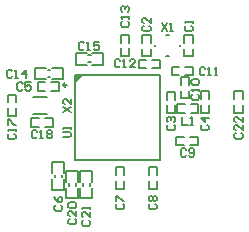
<source format=gto>
G04*
G04 #@! TF.GenerationSoftware,Altium Limited,Altium Designer,19.0.10 (269)*
G04*
G04 Layer_Color=65535*
%FSLAX24Y24*%
%MOIN*%
G70*
G01*
G75*
%ADD10C,0.0098*%
%ADD11C,0.0060*%
%ADD12C,0.0079*%
G36*
X-1181Y1378D02*
X-1378Y1181D01*
Y1378D01*
X-1181Y1378D01*
D02*
G37*
D10*
X-1699Y1083D02*
G03*
X-1699Y1083I-49J0D01*
G01*
D11*
X2421Y-925D02*
X2677D01*
X1968D02*
X2224D01*
X2421Y-650D02*
X2677D01*
X1968D02*
X2224D01*
X1968Y-925D02*
Y-650D01*
X2677Y-925D02*
Y-650D01*
X2264Y1407D02*
X2520D01*
X1811D02*
X2067D01*
X2264Y1683D02*
X2520D01*
X1811D02*
X2067D01*
X1811Y1407D02*
Y1683D01*
X2520Y1407D02*
Y1683D01*
X3901Y874D02*
X4177D01*
X3901Y166D02*
X4177D01*
X3901D02*
Y422D01*
Y618D02*
Y874D01*
X4177Y166D02*
Y422D01*
Y618D02*
Y874D01*
X1654Y148D02*
X1930D01*
X1654Y856D02*
X1930D01*
Y601D02*
Y856D01*
Y148D02*
Y404D01*
X1654Y601D02*
Y856D01*
Y148D02*
Y404D01*
X2450Y164D02*
X2706D01*
X1998D02*
X2254D01*
X2450Y440D02*
X2706D01*
X1998D02*
X2254Y440D01*
X1998Y164D02*
Y440D01*
X2706Y164D02*
Y440D01*
X2128Y1354D02*
X2404D01*
X2128Y646D02*
X2404D01*
X2128D02*
X2128Y902D01*
X2128Y1098D02*
Y1354D01*
X2404Y646D02*
Y902D01*
Y1098D02*
Y1354D01*
X2778Y166D02*
X3054D01*
X2778Y874D02*
X3054D01*
X3054Y618D02*
X3054Y874D01*
Y166D02*
Y422D01*
X2778Y874D02*
X2778Y618D01*
X2778Y166D02*
X2778Y422D01*
X-1388Y2156D02*
X-1024D01*
X-827D02*
X-463D01*
X-1388Y1762D02*
X-1024D01*
X-827D02*
X-463D01*
Y2156D01*
X-1388Y1762D02*
Y2156D01*
X-1230Y-2697D02*
Y-2333D01*
Y-2136D02*
Y-1772D01*
X-837Y-2697D02*
Y-2333D01*
Y-2136D02*
Y-1772D01*
X-1230D02*
X-837D01*
X-1230Y-2697D02*
X-837D01*
X-1693D02*
Y-2333D01*
Y-2136D02*
Y-1772D01*
X-1299Y-2697D02*
Y-2333D01*
Y-2136D02*
Y-1772D01*
X-1693D02*
X-1299D01*
X-1693Y-2697D02*
X-1299D01*
X-3377Y512D02*
Y768D01*
Y59D02*
Y315D01*
X-3652Y512D02*
Y768D01*
Y59D02*
Y315D01*
Y59D02*
X-3377D01*
X-3652Y768D02*
X-3377D01*
X-2865Y-30D02*
X-2609D01*
X-2412D02*
X-2156D01*
X-2865Y-305D02*
X-2609D01*
X-2412D02*
X-2156D01*
Y-30D01*
X-2865Y-305D02*
Y-30D01*
X-2648Y1171D02*
X-2392D01*
X-2195D02*
X-1939D01*
X-2648Y896D02*
X-2392D01*
X-2195D02*
X-1939D01*
Y1171D01*
X-2648Y896D02*
Y1171D01*
X-2746Y1663D02*
X-2382D01*
X-2185D02*
X-1821D01*
X-2746Y1270D02*
X-2382D01*
X-2185D02*
X-1821D01*
Y1663D01*
X-2746Y1270D02*
Y1663D01*
X404Y2500D02*
Y2756D01*
Y2047D02*
Y2303D01*
X128Y2500D02*
Y2756D01*
Y2047D02*
Y2303D01*
Y2047D02*
X404D01*
X128Y2756D02*
X404D01*
X1115Y2498D02*
Y2754D01*
Y2045D02*
Y2301D01*
X840Y2498D02*
Y2754D01*
Y2045D02*
Y2301D01*
Y2045D02*
X1115D01*
X840Y2754D02*
X1115D01*
X2103Y2376D02*
Y2423D01*
X1615Y2053D02*
X1741D01*
X1252Y2376D02*
Y2423D01*
X1615Y2746D02*
X1741D01*
X2240Y2045D02*
Y2301D01*
Y2498D02*
Y2754D01*
X2515Y2045D02*
Y2301D01*
Y2498D02*
Y2754D01*
X2240D02*
X2515D01*
X2240Y2045D02*
X2515D01*
X-2160Y-2411D02*
Y-2047D01*
Y-1850D02*
Y-1486D01*
X-1766Y-2411D02*
Y-2047D01*
Y-1850D02*
Y-1486D01*
X-2160D02*
X-1766D01*
X-2160Y-2411D02*
X-1766D01*
X-39Y-2372D02*
Y-2116D01*
Y-1919D02*
Y-1663D01*
X236Y-2372D02*
Y-2116D01*
Y-1919D02*
Y-1663D01*
X-39D02*
X236D01*
X-39Y-2372D02*
X236D01*
X1053D02*
Y-2116D01*
Y-1919D02*
Y-1663D01*
X1329Y-2372D02*
Y-2116D01*
Y-1919D02*
Y-1663D01*
X1053D02*
X1329D01*
X1053Y-2372D02*
X1329D01*
X1171Y1654D02*
X1427D01*
X718D02*
X974D01*
X1171Y1929D02*
X1427D01*
X718D02*
X974D01*
X718Y1654D02*
Y1929D01*
X1427Y1654D02*
Y1929D01*
X2290Y-1075D02*
X2245Y-1030D01*
X2155D01*
X2110Y-1075D01*
Y-1255D01*
X2155Y-1300D01*
X2245D01*
X2290Y-1255D01*
X2380D02*
X2425Y-1300D01*
X2515D01*
X2560Y-1255D01*
Y-1075D01*
X2515Y-1030D01*
X2425D01*
X2380Y-1075D01*
Y-1120D01*
X2425Y-1165D01*
X2560D01*
X2930Y1635D02*
X2885Y1680D01*
X2795D01*
X2750Y1635D01*
Y1455D01*
X2795Y1410D01*
X2885D01*
X2930Y1455D01*
X3020Y1410D02*
X3110D01*
X3065D01*
Y1680D01*
X3020Y1635D01*
X3245Y1410D02*
X3335D01*
X3290D01*
Y1680D01*
X3245Y1635D01*
X3952Y-519D02*
X3908Y-564D01*
Y-654D01*
X3952Y-699D01*
X4132D01*
X4177Y-654D01*
Y-564D01*
X4132Y-519D01*
X4177Y-249D02*
Y-429D01*
X3997Y-249D01*
X3952D01*
X3908Y-294D01*
Y-384D01*
X3952Y-429D01*
X4177Y21D02*
Y-159D01*
X3997Y21D01*
X3952D01*
X3908Y-24D01*
Y-114D01*
X3952Y-159D01*
X1702Y-250D02*
X1658Y-295D01*
Y-385D01*
X1702Y-430D01*
X1882D01*
X1927Y-385D01*
Y-295D01*
X1882Y-250D01*
X1702Y-160D02*
X1658Y-115D01*
Y-25D01*
X1702Y20D01*
X1747D01*
X1792Y-25D01*
Y-70D01*
Y-25D01*
X1837Y20D01*
X1882D01*
X1927Y-25D01*
Y-115D01*
X1882Y-160D01*
X2167Y20D02*
Y-250D01*
X2347D01*
X2437D02*
X2527D01*
X2482D01*
Y20D01*
X2437Y-25D01*
X2515Y780D02*
X2470Y735D01*
Y645D01*
X2515Y600D01*
X2695D01*
X2740Y645D01*
Y735D01*
X2695Y780D01*
X2740Y870D02*
Y960D01*
Y915D01*
X2470D01*
X2515Y870D01*
Y1095D02*
X2470Y1140D01*
Y1230D01*
X2515Y1275D01*
X2695D01*
X2740Y1230D01*
Y1140D01*
X2695Y1095D01*
X2515D01*
X2822Y-250D02*
X2778Y-295D01*
Y-385D01*
X2822Y-430D01*
X3002D01*
X3047Y-385D01*
Y-295D01*
X3002Y-250D01*
X3047Y-25D02*
X2778D01*
X2912Y-160D01*
Y20D01*
X-1128Y-3420D02*
X-1172Y-3465D01*
Y-3555D01*
X-1128Y-3600D01*
X-948D01*
X-903Y-3555D01*
Y-3465D01*
X-948Y-3420D01*
X-903Y-3150D02*
Y-3330D01*
X-1083Y-3150D01*
X-1128D01*
X-1172Y-3195D01*
Y-3285D01*
X-1128Y-3330D01*
X-903Y-3060D02*
Y-2970D01*
Y-3015D01*
X-1172D01*
X-1128Y-3060D01*
X-3500Y1555D02*
X-3545Y1600D01*
X-3635D01*
X-3680Y1555D01*
Y1375D01*
X-3635Y1330D01*
X-3545D01*
X-3500Y1375D01*
X-3410Y1330D02*
X-3320D01*
X-3365D01*
Y1600D01*
X-3410Y1555D01*
X-3050Y1330D02*
Y1600D01*
X-3185Y1465D01*
X-3005D01*
X-1100Y2475D02*
X-1145Y2520D01*
X-1235D01*
X-1280Y2475D01*
Y2295D01*
X-1235Y2250D01*
X-1145D01*
X-1100Y2295D01*
X-1010Y2250D02*
X-920D01*
X-965D01*
Y2520D01*
X-1010Y2475D01*
X-605Y2520D02*
X-785D01*
Y2385D01*
X-695Y2430D01*
X-650D01*
X-605Y2385D01*
Y2295D01*
X-650Y2250D01*
X-740D01*
X-785Y2295D01*
X-1800Y170D02*
X-1530Y350D01*
X-1800D02*
X-1530Y170D01*
Y620D02*
Y440D01*
X-1710Y620D01*
X-1755D01*
X-1800Y575D01*
Y485D01*
X-1755Y440D01*
X-1819Y-660D02*
X-1594D01*
X-1549Y-615D01*
Y-525D01*
X-1594Y-480D01*
X-1819D01*
X-1549Y-390D02*
Y-300D01*
Y-345D01*
X-1819D01*
X-1774Y-390D01*
X885Y3050D02*
X840Y3005D01*
Y2915D01*
X885Y2870D01*
X1065D01*
X1110Y2915D01*
Y3005D01*
X1065Y3050D01*
X1110Y3320D02*
Y3140D01*
X930Y3320D01*
X885D01*
X840Y3275D01*
Y3185D01*
X885Y3140D01*
X5Y-2870D02*
X-40Y-2915D01*
Y-3005D01*
X5Y-3050D01*
X185D01*
X230Y-3005D01*
Y-2915D01*
X185Y-2870D01*
X-40Y-2780D02*
Y-2600D01*
X5D01*
X185Y-2780D01*
X230D01*
X1490Y3160D02*
X1670Y2890D01*
Y3160D02*
X1490Y2890D01*
X1760D02*
X1850D01*
X1805D01*
Y3160D01*
X1760Y3115D01*
X2295Y3050D02*
X2250Y3005D01*
Y2915D01*
X2295Y2870D01*
X2475D01*
X2520Y2915D01*
Y3005D01*
X2475Y3050D01*
X2520Y3140D02*
Y3230D01*
Y3185D01*
X2250D01*
X2295Y3140D01*
X1095Y-2870D02*
X1050Y-2915D01*
Y-3005D01*
X1095Y-3050D01*
X1275D01*
X1320Y-3005D01*
Y-2915D01*
X1275Y-2870D01*
X1095Y-2780D02*
X1050Y-2735D01*
Y-2645D01*
X1095Y-2600D01*
X1140D01*
X1185Y-2645D01*
X1230Y-2600D01*
X1275D01*
X1320Y-2645D01*
Y-2735D01*
X1275Y-2780D01*
X1230D01*
X1185Y-2735D01*
X1140Y-2780D01*
X1095D01*
X1185Y-2735D02*
Y-2645D01*
X-2055Y-2920D02*
X-2100Y-2965D01*
Y-3055D01*
X-2055Y-3100D01*
X-1875D01*
X-1830Y-3055D01*
Y-2965D01*
X-1875Y-2920D01*
X-2100Y-2650D02*
X-2055Y-2740D01*
X-1965Y-2830D01*
X-1875D01*
X-1830Y-2785D01*
Y-2695D01*
X-1875Y-2650D01*
X-1920D01*
X-1965Y-2695D01*
Y-2830D01*
X-3150Y1125D02*
X-3195Y1170D01*
X-3285D01*
X-3330Y1125D01*
Y945D01*
X-3285Y900D01*
X-3195D01*
X-3150Y945D01*
X-2880Y1170D02*
X-3060D01*
Y1035D01*
X-2970Y1080D01*
X-2925D01*
X-2880Y1035D01*
Y945D01*
X-2925Y900D01*
X-3015D01*
X-3060Y945D01*
X-3605Y-550D02*
X-3650Y-595D01*
Y-685D01*
X-3605Y-730D01*
X-3425D01*
X-3380Y-685D01*
Y-595D01*
X-3425Y-550D01*
X-3380Y-460D02*
Y-370D01*
Y-415D01*
X-3650D01*
X-3605Y-460D01*
X-3650Y-235D02*
Y-55D01*
X-3605D01*
X-3425Y-235D01*
X-3380D01*
X-2670Y-465D02*
X-2715Y-420D01*
X-2805D01*
X-2850Y-465D01*
Y-645D01*
X-2805Y-690D01*
X-2715D01*
X-2670Y-645D01*
X-2580Y-690D02*
X-2490D01*
X-2535D01*
Y-420D01*
X-2580Y-465D01*
X-2355D02*
X-2310Y-420D01*
X-2220D01*
X-2175Y-465D01*
Y-510D01*
X-2220Y-555D01*
X-2175Y-600D01*
Y-645D01*
X-2220Y-690D01*
X-2310D01*
X-2355Y-645D01*
Y-600D01*
X-2310Y-555D01*
X-2355Y-510D01*
Y-465D01*
X-2310Y-555D02*
X-2220D01*
X-1587Y-3370D02*
X-1632Y-3415D01*
Y-3505D01*
X-1587Y-3550D01*
X-1408D01*
X-1363Y-3505D01*
Y-3415D01*
X-1408Y-3370D01*
X-1363Y-3100D02*
Y-3280D01*
X-1543Y-3100D01*
X-1587D01*
X-1632Y-3145D01*
Y-3235D01*
X-1587Y-3280D01*
Y-3010D02*
X-1632Y-2965D01*
Y-2875D01*
X-1587Y-2830D01*
X-1408D01*
X-1363Y-2875D01*
Y-2965D01*
X-1408Y-3010D01*
X-1587D01*
X103Y1895D02*
X58Y1940D01*
X-32D01*
X-77Y1895D01*
Y1715D01*
X-32Y1670D01*
X58D01*
X103Y1715D01*
X193Y1670D02*
X283D01*
X238D01*
Y1940D01*
X193Y1895D01*
X598Y1670D02*
X418D01*
X598Y1850D01*
Y1895D01*
X553Y1940D01*
X463D01*
X418Y1895D01*
X175Y3210D02*
X130Y3165D01*
Y3075D01*
X175Y3030D01*
X355D01*
X400Y3075D01*
Y3165D01*
X355Y3210D01*
X400Y3300D02*
Y3390D01*
Y3345D01*
X130D01*
X175Y3300D01*
Y3525D02*
X130Y3570D01*
Y3660D01*
X175Y3705D01*
X220D01*
X265Y3660D01*
Y3615D01*
Y3660D01*
X310Y3705D01*
X355D01*
X400Y3660D01*
Y3570D01*
X355Y3525D01*
D12*
X-2806Y699D02*
X-2334D01*
X-2806Y108D02*
X-2334D01*
X-1417Y-1417D02*
X1417D01*
X-1417Y1417D02*
X1417D01*
Y-1417D02*
Y1417D01*
X-1417Y-1417D02*
Y1417D01*
X-965Y2077D02*
X-886D01*
X-965Y1841D02*
X-886D01*
X-1152Y-2274D02*
Y-2195D01*
X-915Y-2274D02*
Y-2195D01*
X-1614Y-2274D02*
Y-2195D01*
X-1378Y-2274D02*
Y-2195D01*
X-2323Y1585D02*
X-2244D01*
X-2323Y1348D02*
X-2244D01*
X-2081Y-1988D02*
Y-1909D01*
X-1845Y-1988D02*
Y-1909D01*
M02*

</source>
